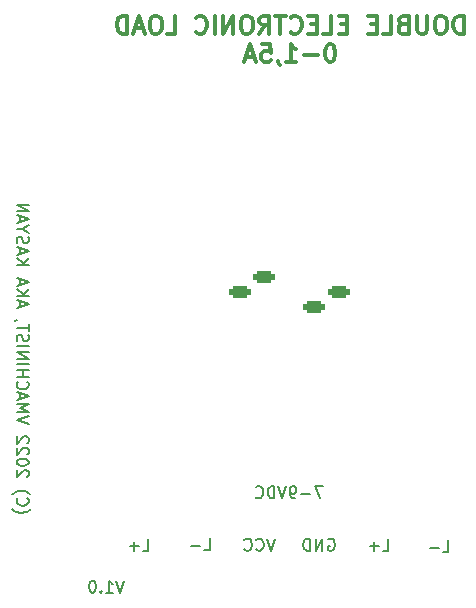
<source format=gbo>
G04 #@! TF.GenerationSoftware,KiCad,Pcbnew,6.0.7-f9a2dced07~116~ubuntu22.04.1*
G04 #@! TF.CreationDate,2022-09-20T02:39:39+03:00*
G04 #@! TF.ProjectId,double-electronic-load,646f7562-6c65-42d6-956c-656374726f6e,rev?*
G04 #@! TF.SameCoordinates,Original*
G04 #@! TF.FileFunction,Legend,Bot*
G04 #@! TF.FilePolarity,Positive*
%FSLAX46Y46*%
G04 Gerber Fmt 4.6, Leading zero omitted, Abs format (unit mm)*
G04 Created by KiCad (PCBNEW 6.0.7-f9a2dced07~116~ubuntu22.04.1) date 2022-09-20 02:39:39*
%MOMM*%
%LPD*%
G01*
G04 APERTURE LIST*
G04 Aperture macros list*
%AMRoundRect*
0 Rectangle with rounded corners*
0 $1 Rounding radius*
0 $2 $3 $4 $5 $6 $7 $8 $9 X,Y pos of 4 corners*
0 Add a 4 corners polygon primitive as box body*
4,1,4,$2,$3,$4,$5,$6,$7,$8,$9,$2,$3,0*
0 Add four circle primitives for the rounded corners*
1,1,$1+$1,$2,$3*
1,1,$1+$1,$4,$5*
1,1,$1+$1,$6,$7*
1,1,$1+$1,$8,$9*
0 Add four rect primitives between the rounded corners*
20,1,$1+$1,$2,$3,$4,$5,0*
20,1,$1+$1,$4,$5,$6,$7,0*
20,1,$1+$1,$6,$7,$8,$9,0*
20,1,$1+$1,$8,$9,$2,$3,0*%
G04 Aperture macros list end*
%ADD10C,0.150000*%
%ADD11C,0.300000*%
%ADD12R,1.905000X2.000000*%
%ADD13O,1.905000X2.000000*%
%ADD14C,1.600000*%
%ADD15O,1.600000X1.600000*%
%ADD16R,2.200000X2.200000*%
%ADD17C,2.200000*%
%ADD18C,3.200000*%
%ADD19C,1.440000*%
%ADD20C,2.000000*%
%ADD21R,1.800000X1.100000*%
%ADD22RoundRect,0.275000X-0.625000X0.275000X-0.625000X-0.275000X0.625000X-0.275000X0.625000X0.275000X0*%
%ADD23R,2.400000X1.600000*%
%ADD24O,2.400000X1.600000*%
%ADD25RoundRect,0.275000X0.625000X-0.275000X0.625000X0.275000X-0.625000X0.275000X-0.625000X-0.275000X0*%
G04 APERTURE END LIST*
D10*
X85089809Y-94067380D02*
X84756476Y-95067380D01*
X84423142Y-94067380D01*
X83566000Y-95067380D02*
X84137428Y-95067380D01*
X83851714Y-95067380D02*
X83851714Y-94067380D01*
X83946952Y-94210238D01*
X84042190Y-94305476D01*
X84137428Y-94353095D01*
X83137428Y-94972142D02*
X83089809Y-95019761D01*
X83137428Y-95067380D01*
X83185047Y-95019761D01*
X83137428Y-94972142D01*
X83137428Y-95067380D01*
X82470761Y-94067380D02*
X82375523Y-94067380D01*
X82280285Y-94115000D01*
X82232666Y-94162619D01*
X82185047Y-94257857D01*
X82137428Y-94448333D01*
X82137428Y-94686428D01*
X82185047Y-94876904D01*
X82232666Y-94972142D01*
X82280285Y-95019761D01*
X82375523Y-95067380D01*
X82470761Y-95067380D01*
X82566000Y-95019761D01*
X82613619Y-94972142D01*
X82661238Y-94876904D01*
X82708857Y-94686428D01*
X82708857Y-94448333D01*
X82661238Y-94257857D01*
X82613619Y-94162619D01*
X82566000Y-94115000D01*
X82470761Y-94067380D01*
X97853333Y-90511380D02*
X97520000Y-91511380D01*
X97186666Y-90511380D01*
X96281904Y-91416142D02*
X96329523Y-91463761D01*
X96472380Y-91511380D01*
X96567619Y-91511380D01*
X96710476Y-91463761D01*
X96805714Y-91368523D01*
X96853333Y-91273285D01*
X96900952Y-91082809D01*
X96900952Y-90939952D01*
X96853333Y-90749476D01*
X96805714Y-90654238D01*
X96710476Y-90559000D01*
X96567619Y-90511380D01*
X96472380Y-90511380D01*
X96329523Y-90559000D01*
X96281904Y-90606619D01*
X95281904Y-91416142D02*
X95329523Y-91463761D01*
X95472380Y-91511380D01*
X95567619Y-91511380D01*
X95710476Y-91463761D01*
X95805714Y-91368523D01*
X95853333Y-91273285D01*
X95900952Y-91082809D01*
X95900952Y-90939952D01*
X95853333Y-90749476D01*
X95805714Y-90654238D01*
X95710476Y-90559000D01*
X95567619Y-90511380D01*
X95472380Y-90511380D01*
X95329523Y-90559000D01*
X95281904Y-90606619D01*
X75620666Y-88024690D02*
X75668285Y-88072309D01*
X75811142Y-88167547D01*
X75906380Y-88215166D01*
X76049238Y-88262785D01*
X76287333Y-88310404D01*
X76477809Y-88310404D01*
X76715904Y-88262785D01*
X76858761Y-88215166D01*
X76954000Y-88167547D01*
X77096857Y-88072309D01*
X77144476Y-88024690D01*
X76096857Y-87072309D02*
X76049238Y-87119928D01*
X76001619Y-87262785D01*
X76001619Y-87358023D01*
X76049238Y-87500880D01*
X76144476Y-87596119D01*
X76239714Y-87643738D01*
X76430190Y-87691357D01*
X76573047Y-87691357D01*
X76763523Y-87643738D01*
X76858761Y-87596119D01*
X76954000Y-87500880D01*
X77001619Y-87358023D01*
X77001619Y-87262785D01*
X76954000Y-87119928D01*
X76906380Y-87072309D01*
X75620666Y-86738976D02*
X75668285Y-86691357D01*
X75811142Y-86596119D01*
X75906380Y-86548500D01*
X76049238Y-86500880D01*
X76287333Y-86453261D01*
X76477809Y-86453261D01*
X76715904Y-86500880D01*
X76858761Y-86548500D01*
X76954000Y-86596119D01*
X77096857Y-86691357D01*
X77144476Y-86738976D01*
X76906380Y-85262785D02*
X76954000Y-85215166D01*
X77001619Y-85119928D01*
X77001619Y-84881833D01*
X76954000Y-84786595D01*
X76906380Y-84738976D01*
X76811142Y-84691357D01*
X76715904Y-84691357D01*
X76573047Y-84738976D01*
X76001619Y-85310404D01*
X76001619Y-84691357D01*
X77001619Y-84072309D02*
X77001619Y-83977071D01*
X76954000Y-83881833D01*
X76906380Y-83834214D01*
X76811142Y-83786595D01*
X76620666Y-83738976D01*
X76382571Y-83738976D01*
X76192095Y-83786595D01*
X76096857Y-83834214D01*
X76049238Y-83881833D01*
X76001619Y-83977071D01*
X76001619Y-84072309D01*
X76049238Y-84167547D01*
X76096857Y-84215166D01*
X76192095Y-84262785D01*
X76382571Y-84310404D01*
X76620666Y-84310404D01*
X76811142Y-84262785D01*
X76906380Y-84215166D01*
X76954000Y-84167547D01*
X77001619Y-84072309D01*
X76906380Y-83358023D02*
X76954000Y-83310404D01*
X77001619Y-83215166D01*
X77001619Y-82977071D01*
X76954000Y-82881833D01*
X76906380Y-82834214D01*
X76811142Y-82786595D01*
X76715904Y-82786595D01*
X76573047Y-82834214D01*
X76001619Y-83405642D01*
X76001619Y-82786595D01*
X76906380Y-82405642D02*
X76954000Y-82358023D01*
X77001619Y-82262785D01*
X77001619Y-82024690D01*
X76954000Y-81929452D01*
X76906380Y-81881833D01*
X76811142Y-81834214D01*
X76715904Y-81834214D01*
X76573047Y-81881833D01*
X76001619Y-82453261D01*
X76001619Y-81834214D01*
X77001619Y-80786595D02*
X76001619Y-80453261D01*
X77001619Y-80119928D01*
X76001619Y-79786595D02*
X77001619Y-79786595D01*
X76287333Y-79453261D01*
X77001619Y-79119928D01*
X76001619Y-79119928D01*
X76287333Y-78691357D02*
X76287333Y-78215166D01*
X76001619Y-78786595D02*
X77001619Y-78453261D01*
X76001619Y-78119928D01*
X76096857Y-77215166D02*
X76049238Y-77262785D01*
X76001619Y-77405642D01*
X76001619Y-77500880D01*
X76049238Y-77643738D01*
X76144476Y-77738976D01*
X76239714Y-77786595D01*
X76430190Y-77834214D01*
X76573047Y-77834214D01*
X76763523Y-77786595D01*
X76858761Y-77738976D01*
X76954000Y-77643738D01*
X77001619Y-77500880D01*
X77001619Y-77405642D01*
X76954000Y-77262785D01*
X76906380Y-77215166D01*
X76001619Y-76786595D02*
X77001619Y-76786595D01*
X76525428Y-76786595D02*
X76525428Y-76215166D01*
X76001619Y-76215166D02*
X77001619Y-76215166D01*
X76001619Y-75738976D02*
X77001619Y-75738976D01*
X76001619Y-75262785D02*
X77001619Y-75262785D01*
X76001619Y-74691357D01*
X77001619Y-74691357D01*
X76001619Y-74215166D02*
X77001619Y-74215166D01*
X76049238Y-73786595D02*
X76001619Y-73643738D01*
X76001619Y-73405642D01*
X76049238Y-73310404D01*
X76096857Y-73262785D01*
X76192095Y-73215166D01*
X76287333Y-73215166D01*
X76382571Y-73262785D01*
X76430190Y-73310404D01*
X76477809Y-73405642D01*
X76525428Y-73596119D01*
X76573047Y-73691357D01*
X76620666Y-73738976D01*
X76715904Y-73786595D01*
X76811142Y-73786595D01*
X76906380Y-73738976D01*
X76954000Y-73691357D01*
X77001619Y-73596119D01*
X77001619Y-73358023D01*
X76954000Y-73215166D01*
X77001619Y-72929452D02*
X77001619Y-72358023D01*
X76001619Y-72643738D02*
X77001619Y-72643738D01*
X76049238Y-71977071D02*
X76001619Y-71977071D01*
X75906380Y-72024690D01*
X75858761Y-72072309D01*
X76287333Y-70834214D02*
X76287333Y-70358023D01*
X76001619Y-70929452D02*
X77001619Y-70596119D01*
X76001619Y-70262785D01*
X76001619Y-69929452D02*
X77001619Y-69929452D01*
X76001619Y-69358023D02*
X76573047Y-69786595D01*
X77001619Y-69358023D02*
X76430190Y-69929452D01*
X76287333Y-68977071D02*
X76287333Y-68500880D01*
X76001619Y-69072309D02*
X77001619Y-68738976D01*
X76001619Y-68405642D01*
X76001619Y-67310404D02*
X77001619Y-67310404D01*
X76001619Y-66738976D02*
X76573047Y-67167547D01*
X77001619Y-66738976D02*
X76430190Y-67310404D01*
X76287333Y-66358023D02*
X76287333Y-65881833D01*
X76001619Y-66453261D02*
X77001619Y-66119928D01*
X76001619Y-65786595D01*
X76049238Y-65500880D02*
X76001619Y-65358023D01*
X76001619Y-65119928D01*
X76049238Y-65024690D01*
X76096857Y-64977071D01*
X76192095Y-64929452D01*
X76287333Y-64929452D01*
X76382571Y-64977071D01*
X76430190Y-65024690D01*
X76477809Y-65119928D01*
X76525428Y-65310404D01*
X76573047Y-65405642D01*
X76620666Y-65453261D01*
X76715904Y-65500880D01*
X76811142Y-65500880D01*
X76906380Y-65453261D01*
X76954000Y-65405642D01*
X77001619Y-65310404D01*
X77001619Y-65072309D01*
X76954000Y-64929452D01*
X76477809Y-64310404D02*
X76001619Y-64310404D01*
X77001619Y-64643738D02*
X76477809Y-64310404D01*
X77001619Y-63977071D01*
X76287333Y-63691357D02*
X76287333Y-63215166D01*
X76001619Y-63786595D02*
X77001619Y-63453261D01*
X76001619Y-63119928D01*
X76001619Y-62786595D02*
X77001619Y-62786595D01*
X76001619Y-62215166D01*
X77001619Y-62215166D01*
X91876523Y-91468380D02*
X92352714Y-91468380D01*
X92352714Y-90468380D01*
X91543190Y-91087428D02*
X90781285Y-91087428D01*
X112069523Y-91638380D02*
X112545714Y-91638380D01*
X112545714Y-90638380D01*
X111736190Y-91257428D02*
X110974285Y-91257428D01*
D11*
X113829857Y-47731071D02*
X113829857Y-46231071D01*
X113472714Y-46231071D01*
X113258428Y-46302500D01*
X113115571Y-46445357D01*
X113044142Y-46588214D01*
X112972714Y-46873928D01*
X112972714Y-47088214D01*
X113044142Y-47373928D01*
X113115571Y-47516785D01*
X113258428Y-47659642D01*
X113472714Y-47731071D01*
X113829857Y-47731071D01*
X112044142Y-46231071D02*
X111758428Y-46231071D01*
X111615571Y-46302500D01*
X111472714Y-46445357D01*
X111401285Y-46731071D01*
X111401285Y-47231071D01*
X111472714Y-47516785D01*
X111615571Y-47659642D01*
X111758428Y-47731071D01*
X112044142Y-47731071D01*
X112187000Y-47659642D01*
X112329857Y-47516785D01*
X112401285Y-47231071D01*
X112401285Y-46731071D01*
X112329857Y-46445357D01*
X112187000Y-46302500D01*
X112044142Y-46231071D01*
X110758428Y-46231071D02*
X110758428Y-47445357D01*
X110687000Y-47588214D01*
X110615571Y-47659642D01*
X110472714Y-47731071D01*
X110187000Y-47731071D01*
X110044142Y-47659642D01*
X109972714Y-47588214D01*
X109901285Y-47445357D01*
X109901285Y-46231071D01*
X108687000Y-46945357D02*
X108472714Y-47016785D01*
X108401285Y-47088214D01*
X108329857Y-47231071D01*
X108329857Y-47445357D01*
X108401285Y-47588214D01*
X108472714Y-47659642D01*
X108615571Y-47731071D01*
X109187000Y-47731071D01*
X109187000Y-46231071D01*
X108687000Y-46231071D01*
X108544142Y-46302500D01*
X108472714Y-46373928D01*
X108401285Y-46516785D01*
X108401285Y-46659642D01*
X108472714Y-46802500D01*
X108544142Y-46873928D01*
X108687000Y-46945357D01*
X109187000Y-46945357D01*
X106972714Y-47731071D02*
X107687000Y-47731071D01*
X107687000Y-46231071D01*
X106472714Y-46945357D02*
X105972714Y-46945357D01*
X105758428Y-47731071D02*
X106472714Y-47731071D01*
X106472714Y-46231071D01*
X105758428Y-46231071D01*
X103972714Y-46945357D02*
X103472714Y-46945357D01*
X103258428Y-47731071D02*
X103972714Y-47731071D01*
X103972714Y-46231071D01*
X103258428Y-46231071D01*
X101901285Y-47731071D02*
X102615571Y-47731071D01*
X102615571Y-46231071D01*
X101401285Y-46945357D02*
X100901285Y-46945357D01*
X100687000Y-47731071D02*
X101401285Y-47731071D01*
X101401285Y-46231071D01*
X100687000Y-46231071D01*
X99187000Y-47588214D02*
X99258428Y-47659642D01*
X99472714Y-47731071D01*
X99615571Y-47731071D01*
X99829857Y-47659642D01*
X99972714Y-47516785D01*
X100044142Y-47373928D01*
X100115571Y-47088214D01*
X100115571Y-46873928D01*
X100044142Y-46588214D01*
X99972714Y-46445357D01*
X99829857Y-46302500D01*
X99615571Y-46231071D01*
X99472714Y-46231071D01*
X99258428Y-46302500D01*
X99187000Y-46373928D01*
X98758428Y-46231071D02*
X97901285Y-46231071D01*
X98329857Y-47731071D02*
X98329857Y-46231071D01*
X96544142Y-47731071D02*
X97044142Y-47016785D01*
X97401285Y-47731071D02*
X97401285Y-46231071D01*
X96829857Y-46231071D01*
X96687000Y-46302500D01*
X96615571Y-46373928D01*
X96544142Y-46516785D01*
X96544142Y-46731071D01*
X96615571Y-46873928D01*
X96687000Y-46945357D01*
X96829857Y-47016785D01*
X97401285Y-47016785D01*
X95615571Y-46231071D02*
X95329857Y-46231071D01*
X95187000Y-46302500D01*
X95044142Y-46445357D01*
X94972714Y-46731071D01*
X94972714Y-47231071D01*
X95044142Y-47516785D01*
X95187000Y-47659642D01*
X95329857Y-47731071D01*
X95615571Y-47731071D01*
X95758428Y-47659642D01*
X95901285Y-47516785D01*
X95972714Y-47231071D01*
X95972714Y-46731071D01*
X95901285Y-46445357D01*
X95758428Y-46302500D01*
X95615571Y-46231071D01*
X94329857Y-47731071D02*
X94329857Y-46231071D01*
X93472714Y-47731071D01*
X93472714Y-46231071D01*
X92758428Y-47731071D02*
X92758428Y-46231071D01*
X91187000Y-47588214D02*
X91258428Y-47659642D01*
X91472714Y-47731071D01*
X91615571Y-47731071D01*
X91829857Y-47659642D01*
X91972714Y-47516785D01*
X92044142Y-47373928D01*
X92115571Y-47088214D01*
X92115571Y-46873928D01*
X92044142Y-46588214D01*
X91972714Y-46445357D01*
X91829857Y-46302500D01*
X91615571Y-46231071D01*
X91472714Y-46231071D01*
X91258428Y-46302500D01*
X91187000Y-46373928D01*
X88687000Y-47731071D02*
X89401285Y-47731071D01*
X89401285Y-46231071D01*
X87901285Y-46231071D02*
X87615571Y-46231071D01*
X87472714Y-46302500D01*
X87329857Y-46445357D01*
X87258428Y-46731071D01*
X87258428Y-47231071D01*
X87329857Y-47516785D01*
X87472714Y-47659642D01*
X87615571Y-47731071D01*
X87901285Y-47731071D01*
X88044142Y-47659642D01*
X88187000Y-47516785D01*
X88258428Y-47231071D01*
X88258428Y-46731071D01*
X88187000Y-46445357D01*
X88044142Y-46302500D01*
X87901285Y-46231071D01*
X86687000Y-47302500D02*
X85972714Y-47302500D01*
X86829857Y-47731071D02*
X86329857Y-46231071D01*
X85829857Y-47731071D01*
X85329857Y-47731071D02*
X85329857Y-46231071D01*
X84972714Y-46231071D01*
X84758428Y-46302500D01*
X84615571Y-46445357D01*
X84544142Y-46588214D01*
X84472714Y-46873928D01*
X84472714Y-47088214D01*
X84544142Y-47373928D01*
X84615571Y-47516785D01*
X84758428Y-47659642D01*
X84972714Y-47731071D01*
X85329857Y-47731071D01*
X102615571Y-48646071D02*
X102472714Y-48646071D01*
X102329857Y-48717500D01*
X102258428Y-48788928D01*
X102187000Y-48931785D01*
X102115571Y-49217500D01*
X102115571Y-49574642D01*
X102187000Y-49860357D01*
X102258428Y-50003214D01*
X102329857Y-50074642D01*
X102472714Y-50146071D01*
X102615571Y-50146071D01*
X102758428Y-50074642D01*
X102829857Y-50003214D01*
X102901285Y-49860357D01*
X102972714Y-49574642D01*
X102972714Y-49217500D01*
X102901285Y-48931785D01*
X102829857Y-48788928D01*
X102758428Y-48717500D01*
X102615571Y-48646071D01*
X101472714Y-49574642D02*
X100329857Y-49574642D01*
X98829857Y-50146071D02*
X99687000Y-50146071D01*
X99258428Y-50146071D02*
X99258428Y-48646071D01*
X99401285Y-48860357D01*
X99544142Y-49003214D01*
X99687000Y-49074642D01*
X98115571Y-50074642D02*
X98115571Y-50146071D01*
X98187000Y-50288928D01*
X98258428Y-50360357D01*
X96758428Y-48646071D02*
X97472714Y-48646071D01*
X97544142Y-49360357D01*
X97472714Y-49288928D01*
X97329857Y-49217500D01*
X96972714Y-49217500D01*
X96829857Y-49288928D01*
X96758428Y-49360357D01*
X96687000Y-49503214D01*
X96687000Y-49860357D01*
X96758428Y-50003214D01*
X96829857Y-50074642D01*
X96972714Y-50146071D01*
X97329857Y-50146071D01*
X97472714Y-50074642D01*
X97544142Y-50003214D01*
X96115571Y-49717500D02*
X95401285Y-49717500D01*
X96258428Y-50146071D02*
X95758428Y-48646071D01*
X95258428Y-50146071D01*
D10*
X101917142Y-86066380D02*
X101250476Y-86066380D01*
X101679047Y-87066380D01*
X100869523Y-86685428D02*
X100107619Y-86685428D01*
X99583809Y-87066380D02*
X99393333Y-87066380D01*
X99298095Y-87018761D01*
X99250476Y-86971142D01*
X99155238Y-86828285D01*
X99107619Y-86637809D01*
X99107619Y-86256857D01*
X99155238Y-86161619D01*
X99202857Y-86114000D01*
X99298095Y-86066380D01*
X99488571Y-86066380D01*
X99583809Y-86114000D01*
X99631428Y-86161619D01*
X99679047Y-86256857D01*
X99679047Y-86494952D01*
X99631428Y-86590190D01*
X99583809Y-86637809D01*
X99488571Y-86685428D01*
X99298095Y-86685428D01*
X99202857Y-86637809D01*
X99155238Y-86590190D01*
X99107619Y-86494952D01*
X98821904Y-86066380D02*
X98488571Y-87066380D01*
X98155238Y-86066380D01*
X97821904Y-87066380D02*
X97821904Y-86066380D01*
X97583809Y-86066380D01*
X97440952Y-86114000D01*
X97345714Y-86209238D01*
X97298095Y-86304476D01*
X97250476Y-86494952D01*
X97250476Y-86637809D01*
X97298095Y-86828285D01*
X97345714Y-86923523D01*
X97440952Y-87018761D01*
X97583809Y-87066380D01*
X97821904Y-87066380D01*
X96250476Y-86971142D02*
X96298095Y-87018761D01*
X96440952Y-87066380D01*
X96536190Y-87066380D01*
X96679047Y-87018761D01*
X96774285Y-86923523D01*
X96821904Y-86828285D01*
X96869523Y-86637809D01*
X96869523Y-86494952D01*
X96821904Y-86304476D01*
X96774285Y-86209238D01*
X96679047Y-86114000D01*
X96536190Y-86066380D01*
X96440952Y-86066380D01*
X96298095Y-86114000D01*
X96250476Y-86161619D01*
X102361904Y-90559000D02*
X102457142Y-90511380D01*
X102600000Y-90511380D01*
X102742857Y-90559000D01*
X102838095Y-90654238D01*
X102885714Y-90749476D01*
X102933333Y-90939952D01*
X102933333Y-91082809D01*
X102885714Y-91273285D01*
X102838095Y-91368523D01*
X102742857Y-91463761D01*
X102600000Y-91511380D01*
X102504761Y-91511380D01*
X102361904Y-91463761D01*
X102314285Y-91416142D01*
X102314285Y-91082809D01*
X102504761Y-91082809D01*
X101885714Y-91511380D02*
X101885714Y-90511380D01*
X101314285Y-91511380D01*
X101314285Y-90511380D01*
X100838095Y-91511380D02*
X100838095Y-90511380D01*
X100600000Y-90511380D01*
X100457142Y-90559000D01*
X100361904Y-90654238D01*
X100314285Y-90749476D01*
X100266666Y-90939952D01*
X100266666Y-91082809D01*
X100314285Y-91273285D01*
X100361904Y-91368523D01*
X100457142Y-91463761D01*
X100600000Y-91511380D01*
X100838095Y-91511380D01*
X106989523Y-91511380D02*
X107465714Y-91511380D01*
X107465714Y-90511380D01*
X106656190Y-91130428D02*
X105894285Y-91130428D01*
X106275238Y-91511380D02*
X106275238Y-90749476D01*
X86669523Y-91511380D02*
X87145714Y-91511380D01*
X87145714Y-90511380D01*
X86336190Y-91130428D02*
X85574285Y-91130428D01*
X85955238Y-91511380D02*
X85955238Y-90749476D01*
%LPC*%
D12*
X106680000Y-50729000D03*
D13*
X109220000Y-50729000D03*
X111760000Y-50729000D03*
D14*
X114300000Y-61468000D03*
D15*
X106680000Y-61468000D03*
D14*
X91480000Y-77724000D03*
D15*
X83860000Y-77724000D03*
D14*
X83860000Y-74676000D03*
D15*
X91480000Y-74676000D03*
D16*
X96545400Y-88823800D03*
D17*
X101625400Y-88823800D03*
D14*
X114300000Y-55372000D03*
D15*
X106680000Y-55372000D03*
D14*
X91440000Y-55372000D03*
D15*
X83820000Y-55372000D03*
D18*
X78740000Y-91948000D03*
D14*
X91440000Y-61468000D03*
D15*
X83820000Y-61468000D03*
D19*
X78740000Y-79756000D03*
X78740000Y-77216000D03*
X78740000Y-74676000D03*
D14*
X107990000Y-68072000D03*
X112990000Y-68072000D03*
X106680000Y-58420000D03*
D15*
X114300000Y-58420000D03*
D14*
X91480000Y-80772000D03*
D15*
X83860000Y-80772000D03*
D14*
X83860000Y-71628000D03*
D15*
X91480000Y-71628000D03*
D14*
X114300000Y-71628000D03*
D15*
X106680000Y-71628000D03*
D20*
X119380000Y-65460000D03*
X119380000Y-56460000D03*
D14*
X114300000Y-74676000D03*
D15*
X106680000Y-74676000D03*
D16*
X106680000Y-88823800D03*
D17*
X111760000Y-88823800D03*
D18*
X119380000Y-49276000D03*
D20*
X78740000Y-65460000D03*
X78740000Y-56460000D03*
D14*
X106680000Y-77724000D03*
D15*
X114300000Y-77724000D03*
D14*
X106680000Y-64516000D03*
D15*
X114300000Y-64516000D03*
D18*
X119380000Y-91948000D03*
X78740000Y-49276000D03*
D21*
X101188000Y-68326000D03*
D22*
X103258000Y-69596000D03*
X101188000Y-70866000D03*
D14*
X91440000Y-58420000D03*
D15*
X83820000Y-58420000D03*
D14*
X96012000Y-79756000D03*
X96012000Y-74756000D03*
X101560000Y-51816000D03*
X96560000Y-51816000D03*
X91440000Y-64516000D03*
D15*
X83820000Y-64516000D03*
D12*
X86360000Y-50729000D03*
D13*
X88900000Y-50729000D03*
X91440000Y-50729000D03*
D14*
X102108000Y-79756000D03*
X102108000Y-74756000D03*
X106680000Y-80772000D03*
D15*
X114300000Y-80772000D03*
D16*
X86360000Y-88823800D03*
D17*
X91440000Y-88823800D03*
D23*
X95235000Y-55880000D03*
D24*
X95235000Y-58420000D03*
X95235000Y-60960000D03*
X95235000Y-63500000D03*
X102855000Y-63500000D03*
X102855000Y-60960000D03*
X102855000Y-58420000D03*
X102855000Y-55880000D03*
D19*
X119380000Y-79756000D03*
X119380000Y-77216000D03*
X119380000Y-74676000D03*
D14*
X89876000Y-68072000D03*
X84876000Y-68072000D03*
D21*
X96932000Y-70866000D03*
D25*
X94862000Y-69596000D03*
X96932000Y-68326000D03*
M02*

</source>
